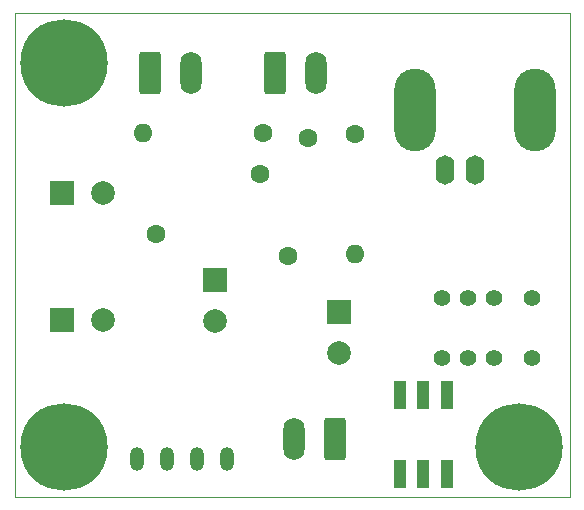
<source format=gts>
%TF.GenerationSoftware,KiCad,Pcbnew,(6.0.7)*%
%TF.CreationDate,2022-08-25T15:43:46-04:00*%
%TF.ProjectId,chiller_interlock,6368696c-6c65-4725-9f69-6e7465726c6f,rev?*%
%TF.SameCoordinates,Original*%
%TF.FileFunction,Soldermask,Top*%
%TF.FilePolarity,Negative*%
%FSLAX46Y46*%
G04 Gerber Fmt 4.6, Leading zero omitted, Abs format (unit mm)*
G04 Created by KiCad (PCBNEW (6.0.7)) date 2022-08-25 15:43:46*
%MOMM*%
%LPD*%
G01*
G04 APERTURE LIST*
G04 Aperture macros list*
%AMRoundRect*
0 Rectangle with rounded corners*
0 $1 Rounding radius*
0 $2 $3 $4 $5 $6 $7 $8 $9 X,Y pos of 4 corners*
0 Add a 4 corners polygon primitive as box body*
4,1,4,$2,$3,$4,$5,$6,$7,$8,$9,$2,$3,0*
0 Add four circle primitives for the rounded corners*
1,1,$1+$1,$2,$3*
1,1,$1+$1,$4,$5*
1,1,$1+$1,$6,$7*
1,1,$1+$1,$8,$9*
0 Add four rect primitives between the rounded corners*
20,1,$1+$1,$2,$3,$4,$5,0*
20,1,$1+$1,$4,$5,$6,$7,0*
20,1,$1+$1,$6,$7,$8,$9,0*
20,1,$1+$1,$8,$9,$2,$3,0*%
%AMHorizOval*
0 Thick line with rounded ends*
0 $1 width*
0 $2 $3 position (X,Y) of the first rounded end (center of the circle)*
0 $4 $5 position (X,Y) of the second rounded end (center of the circle)*
0 Add line between two ends*
20,1,$1,$2,$3,$4,$5,0*
0 Add two circle primitives to create the rounded ends*
1,1,$1,$2,$3*
1,1,$1,$4,$5*%
G04 Aperture macros list end*
%TA.AperFunction,Profile*%
%ADD10C,0.100000*%
%TD*%
%ADD11C,1.600000*%
%ADD12HorizOval,1.600000X0.000000X0.000000X0.000000X0.000000X0*%
%ADD13O,1.600000X2.500000*%
%ADD14O,3.500000X7.000000*%
%ADD15C,7.400000*%
%ADD16O,1.200000X2.000000*%
%ADD17C,1.400000*%
%ADD18RoundRect,0.250000X0.650000X1.550000X-0.650000X1.550000X-0.650000X-1.550000X0.650000X-1.550000X0*%
%ADD19O,1.800000X3.600000*%
%ADD20R,2.000000X2.000000*%
%ADD21C,2.000000*%
%ADD22HorizOval,1.600000X0.000000X0.000000X0.000000X0.000000X0*%
%ADD23RoundRect,0.250000X-0.650000X-1.550000X0.650000X-1.550000X0.650000X1.550000X-0.650000X1.550000X0*%
%ADD24O,1.600000X1.600000*%
%ADD25R,1.000000X2.350000*%
G04 APERTURE END LIST*
D10*
X168000000Y-91000000D02*
X215000000Y-91000000D01*
X215000000Y-50000000D02*
X168000000Y-50000000D01*
X168000000Y-50000000D02*
X168000000Y-91000000D01*
X215000000Y-91000000D02*
X215000000Y-50000000D01*
D11*
%TO.C,R3*%
X188799409Y-63660000D03*
D12*
X180000591Y-68740000D03*
%TD*%
D13*
%TO.C,J4*%
X207000000Y-63250000D03*
D14*
X212080000Y-58170000D03*
D13*
X204460000Y-63250000D03*
D14*
X201920000Y-58170000D03*
%TD*%
D15*
%TO.C,J5*%
X210750000Y-86750000D03*
%TD*%
D16*
%TO.C,U1*%
X186010000Y-87800000D03*
X183470000Y-87800000D03*
X180930000Y-87800000D03*
X178390000Y-87800000D03*
%TD*%
D17*
%TO.C,K1*%
X211800000Y-74160000D03*
X208600000Y-74160000D03*
X206400000Y-74160000D03*
X204200000Y-74160000D03*
X204200000Y-79240000D03*
X206400000Y-79240000D03*
X208600000Y-79240000D03*
X211800000Y-79240000D03*
%TD*%
D18*
%TO.C,J2*%
X195132500Y-86057500D03*
D19*
X191632500Y-86057500D03*
%TD*%
D20*
%TO.C,C2*%
X171982323Y-76000000D03*
D21*
X175482323Y-76000000D03*
%TD*%
D11*
%TO.C,R1*%
X192882133Y-60597177D03*
D22*
X191117868Y-70602824D03*
%TD*%
D23*
%TO.C,J1*%
X179467500Y-55042500D03*
D19*
X182967500Y-55042500D03*
%TD*%
D20*
%TO.C,C4*%
X171982323Y-65200000D03*
D21*
X175482323Y-65200000D03*
%TD*%
D15*
%TO.C,J7*%
X172200000Y-86750000D03*
%TD*%
D11*
%TO.C,R4*%
X196800000Y-60220000D03*
D24*
X196800000Y-70380000D03*
%TD*%
D20*
%TO.C,C1*%
X185000000Y-72600000D03*
D21*
X185000000Y-76100000D03*
%TD*%
D20*
%TO.C,C3*%
X195500000Y-75282323D03*
D21*
X195500000Y-78782323D03*
%TD*%
D25*
%TO.C,SW1*%
X204600000Y-82375000D03*
X202600000Y-82375000D03*
X200600000Y-82375000D03*
X204600000Y-89025000D03*
X202600000Y-89025000D03*
X200600000Y-89025000D03*
%TD*%
D11*
%TO.C,R2*%
X189080000Y-60200000D03*
D24*
X178920000Y-60200000D03*
%TD*%
D15*
%TO.C,J6*%
X172200000Y-54200000D03*
%TD*%
D23*
%TO.C,J3*%
X190067500Y-55042500D03*
D19*
X193567500Y-55042500D03*
%TD*%
M02*

</source>
